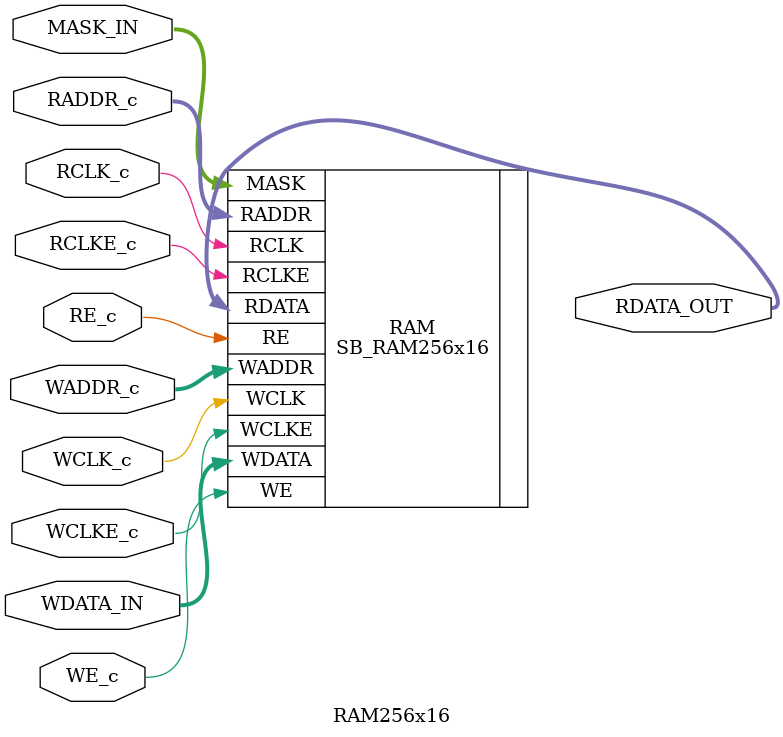
<source format=v>
/*
Wrapper pro block ram pro ICE40 LP8K, viz. MemoryUsageGuideforiCE40Devices.pdf
256 adres, kazda po 16 bitech. Positive edge read, Positive edge write
*/
module RAM256x16(
  input RCLK_c, RCLKE_c, RE_c, WCLK_c, WCLKE_c, WE_c,
	input [7:0] RADDR_c, WADDR_c,
  input [15:0] MASK_IN, WDATA_IN,
	output [15:0] RDATA_OUT
);


SB_RAM256x16 RAM(
.RDATA(RDATA_OUT[15:0]),
.RADDR(RADDR_c[7:0]),
.RCLK(RCLK_c),
.RCLKE(RCLKE_c),
.RE(RE_c),
.WADDR(WADDR_c[7:0]),
.WCLK(WCLK_c),
.WCLKE(WCLKE_c),
.WDATA(WDATA_IN[15:0]),
.WE(WE_c),
.MASK(MASK_IN[15:0])
);


endmodule

</source>
